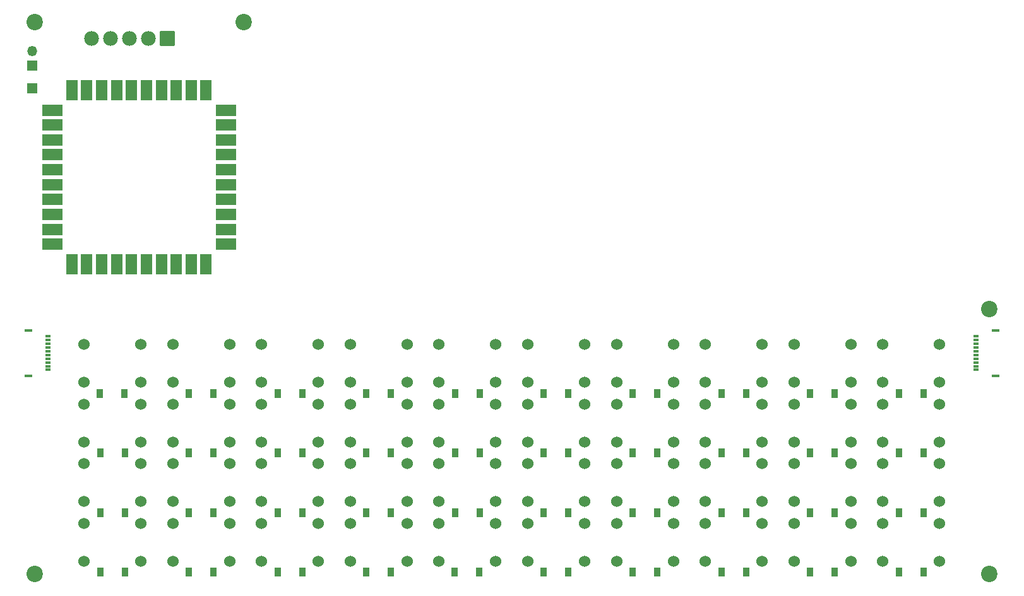
<source format=gbr>
%TF.GenerationSoftware,KiCad,Pcbnew,(6.0.4)*%
%TF.CreationDate,2022-10-14T21:38:42-05:00*%
%TF.ProjectId,Calculator_PCB _V2,43616c63-756c-4617-946f-725f50434220,rev?*%
%TF.SameCoordinates,Original*%
%TF.FileFunction,Soldermask,Bot*%
%TF.FilePolarity,Negative*%
%FSLAX46Y46*%
G04 Gerber Fmt 4.6, Leading zero omitted, Abs format (unit mm)*
G04 Created by KiCad (PCBNEW (6.0.4)) date 2022-10-14 21:38:42*
%MOMM*%
%LPD*%
G01*
G04 APERTURE LIST*
G04 Aperture macros list*
%AMRoundRect*
0 Rectangle with rounded corners*
0 $1 Rounding radius*
0 $2 $3 $4 $5 $6 $7 $8 $9 X,Y pos of 4 corners*
0 Add a 4 corners polygon primitive as box body*
4,1,4,$2,$3,$4,$5,$6,$7,$8,$9,$2,$3,0*
0 Add four circle primitives for the rounded corners*
1,1,$1+$1,$2,$3*
1,1,$1+$1,$4,$5*
1,1,$1+$1,$6,$7*
1,1,$1+$1,$8,$9*
0 Add four rect primitives between the rounded corners*
20,1,$1+$1,$2,$3,$4,$5,0*
20,1,$1+$1,$4,$5,$6,$7,0*
20,1,$1+$1,$6,$7,$8,$9,0*
20,1,$1+$1,$8,$9,$2,$3,0*%
G04 Aperture macros list end*
%ADD10C,1.524000*%
%ADD11C,2.200000*%
%ADD12R,0.900000X1.200000*%
%ADD13R,0.700000X0.300000*%
%ADD14R,1.000000X0.300000*%
%ADD15R,1.350000X1.350000*%
%ADD16R,2.800000X1.500000*%
%ADD17R,1.500000X2.800000*%
%ADD18O,1.350000X1.350000*%
%ADD19RoundRect,0.101600X0.889000X-0.889000X0.889000X0.889000X-0.889000X0.889000X-0.889000X-0.889000X0*%
%ADD20C,1.981200*%
G04 APERTURE END LIST*
D10*
%TO.C,SW12*%
X110090000Y-138540000D03*
X117710000Y-138540000D03*
X117710000Y-133460000D03*
X110090000Y-133460000D03*
%TD*%
D11*
%TO.C,REF\u002A\u002A*%
X79650000Y-140210000D03*
%TD*%
D10*
%TO.C,SW39*%
X201010000Y-130540000D03*
X193390000Y-130540000D03*
X201010000Y-125460000D03*
X193390000Y-125460000D03*
%TD*%
%TO.C,SW2*%
X93910000Y-122540000D03*
X86290000Y-122540000D03*
X86290000Y-117460000D03*
X93910000Y-117460000D03*
%TD*%
%TO.C,SW30*%
X177210000Y-122540000D03*
X169590000Y-122540000D03*
X169590000Y-117460000D03*
X177210000Y-117460000D03*
%TD*%
%TO.C,SW1*%
X93910000Y-114540000D03*
X86290000Y-114540000D03*
X86290000Y-109460000D03*
X93910000Y-109460000D03*
%TD*%
D11*
%TO.C,REF\u002A\u002A*%
X207650000Y-140210000D03*
%TD*%
D10*
%TO.C,SW4*%
X86290000Y-138540000D03*
X93910000Y-138540000D03*
X86290000Y-133460000D03*
X93910000Y-133460000D03*
%TD*%
%TO.C,SW8*%
X105810000Y-138540000D03*
X98190000Y-138540000D03*
X98190000Y-133460000D03*
X105810000Y-133460000D03*
%TD*%
%TO.C,SW33*%
X189110000Y-114540000D03*
X181490000Y-114540000D03*
X181490000Y-109460000D03*
X189110000Y-109460000D03*
%TD*%
%TO.C,SW26*%
X157690000Y-122540000D03*
X165310000Y-122540000D03*
X165310000Y-117460000D03*
X157690000Y-117460000D03*
%TD*%
%TO.C,SW6*%
X105810000Y-122540000D03*
X98190000Y-122540000D03*
X105810000Y-117460000D03*
X98190000Y-117460000D03*
%TD*%
%TO.C,SW17*%
X141510000Y-114540000D03*
X133890000Y-114540000D03*
X133890000Y-109460000D03*
X141510000Y-109460000D03*
%TD*%
%TO.C,SW11*%
X117710000Y-130540000D03*
X110090000Y-130540000D03*
X117710000Y-125460000D03*
X110090000Y-125460000D03*
%TD*%
%TO.C,SW20*%
X133890000Y-138540000D03*
X141510000Y-138540000D03*
X141510000Y-133460000D03*
X133890000Y-133460000D03*
%TD*%
%TO.C,SW10*%
X117710000Y-122540000D03*
X110090000Y-122540000D03*
X117710000Y-117460000D03*
X110090000Y-117460000D03*
%TD*%
%TO.C,SW23*%
X145790000Y-130540000D03*
X153410000Y-130540000D03*
X153410000Y-125460000D03*
X145790000Y-125460000D03*
%TD*%
%TO.C,SW16*%
X129610000Y-138540000D03*
X121990000Y-138540000D03*
X121990000Y-133460000D03*
X129610000Y-133460000D03*
%TD*%
%TO.C,SW36*%
X189110000Y-138540000D03*
X181490000Y-138540000D03*
X189110000Y-133460000D03*
X181490000Y-133460000D03*
%TD*%
%TO.C,SW28*%
X165310000Y-138540000D03*
X157690000Y-138540000D03*
X157690000Y-133460000D03*
X165310000Y-133460000D03*
%TD*%
%TO.C,SW14*%
X121990000Y-122540000D03*
X129610000Y-122540000D03*
X121990000Y-117460000D03*
X129610000Y-117460000D03*
%TD*%
%TO.C,SW25*%
X157690000Y-114540000D03*
X165310000Y-114540000D03*
X157690000Y-109460000D03*
X165310000Y-109460000D03*
%TD*%
%TO.C,SW3*%
X86290000Y-130540000D03*
X93910000Y-130540000D03*
X93910000Y-125460000D03*
X86290000Y-125460000D03*
%TD*%
%TO.C,SW37*%
X201010000Y-114540000D03*
X193390000Y-114540000D03*
X193390000Y-109460000D03*
X201010000Y-109460000D03*
%TD*%
%TO.C,SW22*%
X153410000Y-122540000D03*
X145790000Y-122540000D03*
X145790000Y-117460000D03*
X153410000Y-117460000D03*
%TD*%
D11*
%TO.C,REF\u002A\u002A*%
X79629776Y-66210000D03*
%TD*%
D10*
%TO.C,SW34*%
X189110000Y-122540000D03*
X181490000Y-122540000D03*
X189110000Y-117460000D03*
X181490000Y-117460000D03*
%TD*%
%TO.C,SW31*%
X169590000Y-130540000D03*
X177210000Y-130540000D03*
X169590000Y-125460000D03*
X177210000Y-125460000D03*
%TD*%
%TO.C,SW21*%
X153410000Y-114540000D03*
X145790000Y-114540000D03*
X145790000Y-109460000D03*
X153410000Y-109460000D03*
%TD*%
%TO.C,SW38*%
X201010000Y-122540000D03*
X193390000Y-122540000D03*
X201010000Y-117460000D03*
X193390000Y-117460000D03*
%TD*%
%TO.C,SW32*%
X177210000Y-138540000D03*
X169590000Y-138540000D03*
X177210000Y-133460000D03*
X169590000Y-133460000D03*
%TD*%
%TO.C,SW7*%
X105810000Y-130540000D03*
X98190000Y-130540000D03*
X98190000Y-125460000D03*
X105810000Y-125460000D03*
%TD*%
%TO.C,SW9*%
X117710000Y-114540000D03*
X110090000Y-114540000D03*
X117710000Y-109460000D03*
X110090000Y-109460000D03*
%TD*%
%TO.C,SW13*%
X121990000Y-114540000D03*
X129610000Y-114540000D03*
X129610000Y-109460000D03*
X121990000Y-109460000D03*
%TD*%
%TO.C,SW18*%
X133890000Y-122540000D03*
X141510000Y-122540000D03*
X141510000Y-117460000D03*
X133890000Y-117460000D03*
%TD*%
%TO.C,SW15*%
X129610000Y-130540000D03*
X121990000Y-130540000D03*
X129610000Y-125460000D03*
X121990000Y-125460000D03*
%TD*%
%TO.C,SW5*%
X105810000Y-114540000D03*
X98190000Y-114540000D03*
X98190000Y-109460000D03*
X105810000Y-109460000D03*
%TD*%
D11*
%TO.C,REF\u002A\u002A*%
X107650000Y-66210000D03*
%TD*%
D10*
%TO.C,SW35*%
X189110000Y-130540000D03*
X181490000Y-130540000D03*
X189110000Y-125460000D03*
X181490000Y-125460000D03*
%TD*%
%TO.C,SW27*%
X157690000Y-130540000D03*
X165310000Y-130540000D03*
X165310000Y-125460000D03*
X157690000Y-125460000D03*
%TD*%
D11*
%TO.C,REF\u002A\u002A*%
X207650000Y-104710000D03*
%TD*%
D10*
%TO.C,SW24*%
X153410000Y-138540000D03*
X145790000Y-138540000D03*
X153410000Y-133460000D03*
X145790000Y-133460000D03*
%TD*%
%TO.C,SW29*%
X169590000Y-114540000D03*
X177210000Y-114540000D03*
X177210000Y-109460000D03*
X169590000Y-109460000D03*
%TD*%
%TO.C,SW40*%
X201010000Y-138540000D03*
X193390000Y-138540000D03*
X201010000Y-133460000D03*
X193390000Y-133460000D03*
%TD*%
%TO.C,SW19*%
X141510000Y-130540000D03*
X133890000Y-130540000D03*
X133890000Y-125460000D03*
X141510000Y-125460000D03*
%TD*%
D12*
%TO.C,D26*%
X159850000Y-124002800D03*
X163150000Y-124002800D03*
%TD*%
%TO.C,D35*%
X183643000Y-132003800D03*
X186943000Y-132003800D03*
%TD*%
%TO.C,D21*%
X147950000Y-116001800D03*
X151250000Y-116001800D03*
%TD*%
D13*
%TO.C,J2*%
X81430000Y-112860000D03*
X81430000Y-112360000D03*
X81430000Y-111860000D03*
X81430000Y-111360000D03*
X81430000Y-110860000D03*
X81430000Y-110360000D03*
X81430000Y-109860000D03*
X81430000Y-109360000D03*
X81430000Y-108860000D03*
X81430000Y-108360000D03*
D14*
X78780000Y-113650000D03*
X78780000Y-107570000D03*
%TD*%
D12*
%TO.C,D31*%
X171750000Y-132003800D03*
X175050000Y-132003800D03*
%TD*%
%TO.C,D40*%
X195550000Y-140004800D03*
X198850000Y-140004800D03*
%TD*%
%TO.C,D10*%
X112243600Y-124002800D03*
X115543600Y-124002800D03*
%TD*%
%TO.C,D8*%
X100350000Y-140004800D03*
X103650000Y-140004800D03*
%TD*%
%TO.C,D20*%
X135941800Y-140004800D03*
X139241800Y-140004800D03*
%TD*%
%TO.C,D30*%
X171750000Y-124002800D03*
X175050000Y-124002800D03*
%TD*%
%TO.C,D28*%
X159843200Y-140004800D03*
X163143200Y-140004800D03*
%TD*%
%TO.C,D13*%
X124150000Y-116001800D03*
X127450000Y-116001800D03*
%TD*%
%TO.C,D3*%
X88450000Y-132003800D03*
X91750000Y-132003800D03*
%TD*%
%TO.C,D33*%
X183643000Y-116001800D03*
X186943000Y-116001800D03*
%TD*%
%TO.C,D4*%
X88443800Y-140004800D03*
X91743800Y-140004800D03*
%TD*%
D15*
%TO.C,REF\u002A\u002A*%
X79300000Y-75050000D03*
%TD*%
D12*
%TO.C,D2*%
X88450000Y-124002800D03*
X91750000Y-124002800D03*
%TD*%
D16*
%TO.C,U1*%
X105300000Y-77990000D03*
X105300000Y-79990000D03*
X105300000Y-81990000D03*
X105300000Y-83990000D03*
X105300000Y-85990000D03*
X105300000Y-87990000D03*
X105300000Y-89990000D03*
X105300000Y-91990000D03*
X105300000Y-93990000D03*
X105300000Y-95990000D03*
D17*
X102650000Y-98640000D03*
X100650000Y-98640000D03*
X98650000Y-98640000D03*
X96650000Y-98640000D03*
X94650000Y-98640000D03*
X92650000Y-98640000D03*
X90650000Y-98640000D03*
X88650000Y-98640000D03*
X86650000Y-98640000D03*
X84650000Y-98640000D03*
D16*
X82000000Y-95990000D03*
X82000000Y-93990000D03*
X82000000Y-91990000D03*
X82000000Y-89990000D03*
X82000000Y-87990000D03*
X82000000Y-85990000D03*
X82000000Y-83990000D03*
X82000000Y-81990000D03*
X82000000Y-79990000D03*
X82000000Y-77990000D03*
D17*
X84650000Y-75340000D03*
X86650000Y-75340000D03*
X88650000Y-75340000D03*
X90650000Y-75340000D03*
X92650000Y-75340000D03*
X94650000Y-75340000D03*
X96650000Y-75340000D03*
X98650000Y-75340000D03*
X100650000Y-75340000D03*
X102650000Y-75340000D03*
%TD*%
D12*
%TO.C,D25*%
X159850000Y-116001800D03*
X163150000Y-116001800D03*
%TD*%
%TO.C,D39*%
X195550000Y-132003800D03*
X198850000Y-132003800D03*
%TD*%
%TO.C,D36*%
X183650000Y-140004800D03*
X186950000Y-140004800D03*
%TD*%
D13*
%TO.C,J3*%
X205900000Y-108360000D03*
X205900000Y-108860000D03*
X205900000Y-109360000D03*
X205900000Y-109860000D03*
X205900000Y-110360000D03*
X205900000Y-110860000D03*
X205900000Y-111360000D03*
X205900000Y-111860000D03*
X205900000Y-112360000D03*
X205900000Y-112860000D03*
D14*
X208550000Y-107570000D03*
X208550000Y-113650000D03*
%TD*%
D12*
%TO.C,D37*%
X195550000Y-116001800D03*
X198850000Y-116001800D03*
%TD*%
%TO.C,D19*%
X136050000Y-132003800D03*
X139350000Y-132003800D03*
%TD*%
%TO.C,D6*%
X100350000Y-124002800D03*
X103650000Y-124002800D03*
%TD*%
%TO.C,D27*%
X159850000Y-132003800D03*
X163150000Y-132003800D03*
%TD*%
%TO.C,D17*%
X136043400Y-116001800D03*
X139343400Y-116001800D03*
%TD*%
D15*
%TO.C,REF\u002A\u002A*%
X79300000Y-72040000D03*
D18*
X79300000Y-70040000D03*
%TD*%
D12*
%TO.C,D15*%
X124150000Y-132003800D03*
X127450000Y-132003800D03*
%TD*%
%TO.C,D23*%
X147950000Y-132003800D03*
X151250000Y-132003800D03*
%TD*%
%TO.C,D5*%
X100331000Y-116001800D03*
X103631000Y-116001800D03*
%TD*%
%TO.C,D32*%
X171750000Y-140004800D03*
X175050000Y-140004800D03*
%TD*%
%TO.C,D11*%
X112243600Y-132003800D03*
X115543600Y-132003800D03*
%TD*%
%TO.C,D24*%
X147950000Y-140004800D03*
X151250000Y-140004800D03*
%TD*%
D19*
%TO.C,JP1*%
X97430000Y-68340000D03*
D20*
X94890000Y-68340000D03*
X92350000Y-68340000D03*
X89810000Y-68340000D03*
X87270000Y-68340000D03*
%TD*%
D12*
%TO.C,D29*%
X171750000Y-116001800D03*
X175050000Y-116001800D03*
%TD*%
%TO.C,D1*%
X88367600Y-116001800D03*
X91667600Y-116001800D03*
%TD*%
%TO.C,D14*%
X124150000Y-124002800D03*
X127450000Y-124002800D03*
%TD*%
%TO.C,D34*%
X183643000Y-124002800D03*
X186943000Y-124002800D03*
%TD*%
%TO.C,D38*%
X195550000Y-124002800D03*
X198850000Y-124002800D03*
%TD*%
%TO.C,D18*%
X136050000Y-124002800D03*
X139350000Y-124002800D03*
%TD*%
%TO.C,D22*%
X147950000Y-124002800D03*
X151250000Y-124002800D03*
%TD*%
%TO.C,D12*%
X112243600Y-140004800D03*
X115543600Y-140004800D03*
%TD*%
%TO.C,D7*%
X100350000Y-132003800D03*
X103650000Y-132003800D03*
%TD*%
%TO.C,D16*%
X124150000Y-140004800D03*
X127450000Y-140004800D03*
%TD*%
%TO.C,D9*%
X112243600Y-116001800D03*
X115543600Y-116001800D03*
%TD*%
M02*

</source>
